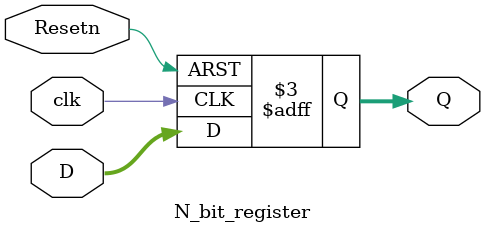
<source format=v>
module N_bit_register(D, clk, Resetn, Q);
parameter n =5;
input [n-1:0] D; 
input clk, Resetn;
output reg [n-1:0] Q;
always@(posedge clk, negedge Resetn)
if(!Resetn)
Q<=0;
else
Q<=D;
endmodule

</source>
